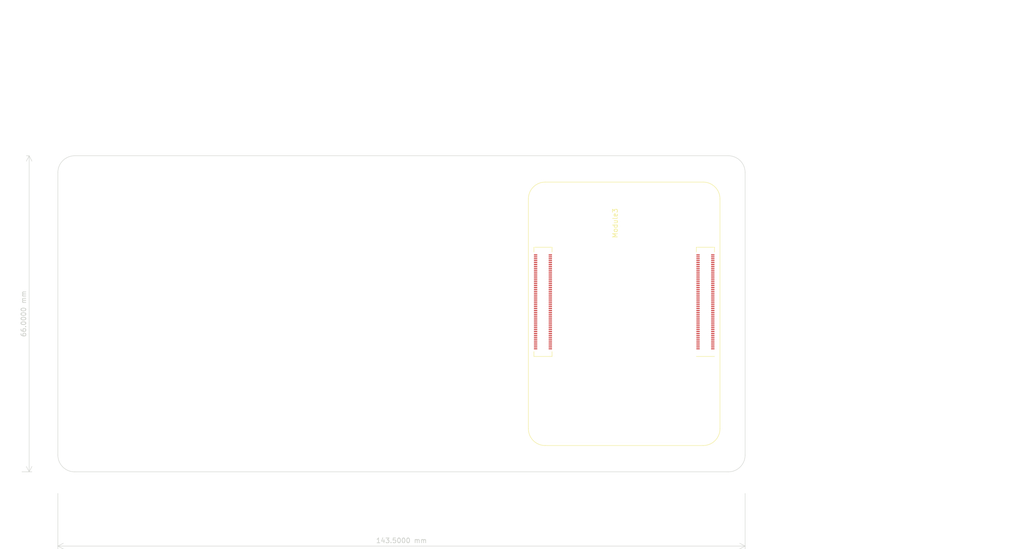
<source format=kicad_pcb>
(kicad_pcb (version 20241229) (generator "pcbnew") (generator_version "9.0")
  (title_block (title "Raspberry Pi Compute Module 4 Carrier Template") (date "2020-10-31") (rev "v01") (comment 2 "creativecommons.org/licenses/by/4.0/") (comment 3 "License: CC BY 4.0") (comment 4 "Author: Shawn Hymel"))
  (layers (0 "F.Cu" signal) (2 "B.Cu" signal) (13 "F.Paste" user) (15 "B.Paste" user) (5 "F.SilkS" user "F.Silkscreen") (7 "B.SilkS" user "B.Silkscreen") (1 "F.Mask" user) (3 "B.Mask" user) (25 "Edge.Cuts" user))
  (net 0 "")
  (net 3 "GND")
  (net 22 "+3.3V")
  (net 24 "+1.8V")
  (net 73 "Net-(J1-VBUS-PadA9)")
  (footprint "CM4IO:Raspberry-Pi-4-Compute-Module" (layer "F.Cu") (at 207.75 77.5 180)
    (property "Reference" "Module3" (at 18.38 -5.08 90) (layer "F.SilkS"))
    (property "Value" "ComputeModule4-CM4")
    (fp_line (start 36.5 0) (end 36.5 -48) (stroke (width 0.12)) (layer "F.SilkS"))
    (fp_line (start 35.35 -10.1) (end 35.35 -11.1) (stroke (width 0.12)) (layer "F.SilkS"))
    (fp_line (start 35.35 -32.9) (end 35.35 -31.9) (stroke (width 0.12)) (layer "F.SilkS"))
    (fp_line (start 33 -51.5) (end 0 -51.5) (stroke (width 0.12)) (layer "F.SilkS"))
    (fp_line (start 31.57 -10.1) (end 35.35 -10.1) (stroke (width 0.12)) (layer "F.SilkS"))
    (fp_line (start 31.57 -10.1) (end 31.57 -11.1) (stroke (width 0.12)) (layer "F.SilkS"))
    (fp_line (start 31.57 -32.9) (end 35.35 -32.9) (stroke (width 0.12)) (layer "F.SilkS"))
    (fp_line (start 31.57 -32.9) (end 31.57 -31.9) (stroke (width 0.12)) (layer "F.SilkS"))
    (fp_line (start 1.43 -10.1) (end 1.43 -11.1) (stroke (width 0.12)) (layer "F.SilkS"))
    (fp_line (start 0 3.5) (end 33 3.5) (stroke (width 0.12)) (layer "F.SilkS"))
    (fp_line (start -2.35 -10.1) (end 1.43 -10.1) (stroke (width 0.12)) (layer "F.SilkS"))
    (fp_line (start -2.35 -10.1) (end -2.35 -11.1) (stroke (width 0.12)) (layer "F.SilkS"))
    (fp_line (start -2.35 -32.9) (end 1.43 -32.9) (stroke (width 0.12)) (layer "F.SilkS"))
    (fp_line (start -3.5 -48) (end -3.5 0) (stroke (width 0.12)) (layer "F.SilkS"))
    (fp_arc (start 36.5 0) (mid 35.474874 2.474874) (end 33 3.5) (stroke (width 0.12)) (layer "F.SilkS"))
    (fp_arc (start 33 -51.5) (mid 35.474874 -50.474874) (end 36.5 -48) (stroke (width 0.12)) (layer "F.SilkS"))
    (fp_arc (start 0 3.5) (mid -2.474874 2.474874) (end -3.5 0) (stroke (width 0.12)) (layer "F.SilkS"))
    (fp_arc (start -3.5 -48) (mid -2.474874 -50.474874) (end 0 -51.5) (stroke (width 0.12)) (layer "F.SilkS"))
    (pad "" np_thru_hole circle (at 0 -48 180) (size 2.7 2.7) (drill 2.7) (layers "*.Cu" "*.Mask") (clearance 1.7))
    (pad "" np_thru_hole circle (at 0 0 180) (size 2.7 2.7) (drill 2.7) (layers "*.Cu" "*.Mask") (clearance 1.7))
    (pad "" np_thru_hole circle (at 33 -48 180) (size 2.7 2.7) (drill 2.7) (layers "*.Cu" "*.Mask") (clearance 1.7))
    (pad "" np_thru_hole circle (at 33 0 180) (size 2.7 2.7) (drill 2.7) (layers "*.Cu" "*.Mask") (clearance 1.7))
    (pad "1" smd rect (at -2 -31.3 90) (size 0.2 0.7) (layers "F.Cu" "F.Mask" "F.Paste") (net 3 "GND"))
    (pad "2" smd rect (at 1.08 -31.3 90) (size 0.2 0.7) (layers "F.Cu" "F.Mask" "F.Paste") (net 3 "GND"))
    (pad "3" smd rect (at -2 -30.9 90) (size 0.2 0.7) (layers "F.Cu" "F.Mask" "F.Paste"))
    (pad "4" smd rect (at 1.08 -30.9 90) (size 0.2 0.7) (layers "F.Cu" "F.Mask" "F.Paste"))
    (pad "5" smd rect (at -2 -30.5 90) (size 0.2 0.7) (layers "F.Cu" "F.Mask" "F.Paste"))
    (pad "6" smd rect (at 1.08 -30.5 90) (size 0.2 0.7) (layers "F.Cu" "F.Mask" "F.Paste"))
    (pad "7" smd rect (at -2 -30.1 90) (size 0.2 0.7) (layers "F.Cu" "F.Mask" "F.Paste") (net 3 "GND"))
    (pad "8" smd rect (at 1.08 -30.1 90) (size 0.2 0.7) (layers "F.Cu" "F.Mask" "F.Paste") (net 3 "GND"))
    (pad "9" smd rect (at -2 -29.7 90) (size 0.2 0.7) (layers "F.Cu" "F.Mask" "F.Paste"))
    (pad "10" smd rect (at 1.08 -29.7 90) (size 0.2 0.7) (layers "F.Cu" "F.Mask" "F.Paste"))
    (pad "11" smd rect (at -2 -29.3 90) (size 0.2 0.7) (layers "F.Cu" "F.Mask" "F.Paste"))
    (pad "12" smd rect (at 1.08 -29.3 90) (size 0.2 0.7) (layers "F.Cu" "F.Mask" "F.Paste"))
    (pad "13" smd rect (at -2 -28.9 90) (size 0.2 0.7) (layers "F.Cu" "F.Mask" "F.Paste") (net 3 "GND"))
    (pad "14" smd rect (at 1.08 -28.9 90) (size 0.2 0.7) (layers "F.Cu" "F.Mask" "F.Paste") (net 3 "GND"))
    (pad "15" smd rect (at -2 -28.5 90) (size 0.2 0.7) (layers "F.Cu" "F.Mask" "F.Paste"))
    (pad "16" smd rect (at 1.08 -28.5 90) (size 0.2 0.7) (layers "F.Cu" "F.Mask" "F.Paste"))
    (pad "17" smd rect (at -2 -28.1 90) (size 0.2 0.7) (layers "F.Cu" "F.Mask" "F.Paste"))
    (pad "18" smd rect (at 1.08 -28.1 90) (size 0.2 0.7) (layers "F.Cu" "F.Mask" "F.Paste"))
    (pad "19" smd rect (at -2 -27.7 90) (size 0.2 0.7) (layers "F.Cu" "F.Mask" "F.Paste"))
    (pad "20" smd rect (at 1.08 -27.7 90) (size 0.2 0.7) (layers "F.Cu" "F.Mask" "F.Paste"))
    (pad "21" smd rect (at -2 -27.3 90) (size 0.2 0.7) (layers "F.Cu" "F.Mask" "F.Paste"))
    (pad "22" smd rect (at 1.08 -27.3 90) (size 0.2 0.7) (layers "F.Cu" "F.Mask" "F.Paste") (net 3 "GND"))
    (pad "23" smd rect (at -2 -26.9 90) (size 0.2 0.7) (layers "F.Cu" "F.Mask" "F.Paste") (net 3 "GND"))
    (pad "24" smd rect (at 1.08 -26.9 90) (size 0.2 0.7) (layers "F.Cu" "F.Mask" "F.Paste"))
    (pad "25" smd rect (at -2 -26.5 90) (size 0.2 0.7) (layers "F.Cu" "F.Mask" "F.Paste"))
    (pad "26" smd rect (at 1.08 -26.5 90) (size 0.2 0.7) (layers "F.Cu" "F.Mask" "F.Paste"))
    (pad "27" smd rect (at -2 -26.1 90) (size 0.2 0.7) (layers "F.Cu" "F.Mask" "F.Paste"))
    (pad "28" smd rect (at 1.08 -26.1 90) (size 0.2 0.7) (layers "F.Cu" "F.Mask" "F.Paste"))
    (pad "29" smd rect (at -2 -25.7 90) (size 0.2 0.7) (layers "F.Cu" "F.Mask" "F.Paste"))
    (pad "30" smd rect (at 1.08 -25.7 90) (size 0.2 0.7) (layers "F.Cu" "F.Mask" "F.Paste"))
    (pad "31" smd rect (at -2 -25.3 90) (size 0.2 0.7) (layers "F.Cu" "F.Mask" "F.Paste"))
    (pad "32" smd rect (at 1.08 -25.3 90) (size 0.2 0.7) (layers "F.Cu" "F.Mask" "F.Paste") (net 3 "GND"))
    (pad "33" smd rect (at -2 -24.9 90) (size 0.2 0.7) (layers "F.Cu" "F.Mask" "F.Paste") (net 3 "GND"))
    (pad "34" smd rect (at 1.08 -24.9 90) (size 0.2 0.7) (layers "F.Cu" "F.Mask" "F.Paste"))
    (pad "35" smd rect (at -2 -24.5 90) (size 0.2 0.7) (layers "F.Cu" "F.Mask" "F.Paste"))
    (pad "36" smd rect (at 1.08 -24.5 90) (size 0.2 0.7) (layers "F.Cu" "F.Mask" "F.Paste"))
    (pad "37" smd rect (at -2 -24.1 90) (size 0.2 0.7) (layers "F.Cu" "F.Mask" "F.Paste"))
    (pad "38" smd rect (at 1.08 -24.1 90) (size 0.2 0.7) (layers "F.Cu" "F.Mask" "F.Paste"))
    (pad "39" smd rect (at -2 -23.7 90) (size 0.2 0.7) (layers "F.Cu" "F.Mask" "F.Paste"))
    (pad "40" smd rect (at 1.08 -23.7 90) (size 0.2 0.7) (layers "F.Cu" "F.Mask" "F.Paste"))
    (pad "41" smd rect (at -2 -23.3 90) (size 0.2 0.7) (layers "F.Cu" "F.Mask" "F.Paste"))
    (pad "42" smd rect (at 1.08 -23.3 90) (size 0.2 0.7) (layers "F.Cu" "F.Mask" "F.Paste") (net 3 "GND"))
    (pad "43" smd rect (at -2 -22.9 90) (size 0.2 0.7) (layers "F.Cu" "F.Mask" "F.Paste") (net 3 "GND"))
    (pad "44" smd rect (at 1.08 -22.9 90) (size 0.2 0.7) (layers "F.Cu" "F.Mask" "F.Paste"))
    (pad "45" smd rect (at -2 -22.5 90) (size 0.2 0.7) (layers "F.Cu" "F.Mask" "F.Paste"))
    (pad "46" smd rect (at 1.08 -22.5 90) (size 0.2 0.7) (layers "F.Cu" "F.Mask" "F.Paste"))
    (pad "47" smd rect (at -2 -22.1 90) (size 0.2 0.7) (layers "F.Cu" "F.Mask" "F.Paste"))
    (pad "48" smd rect (at 1.08 -22.1 90) (size 0.2 0.7) (layers "F.Cu" "F.Mask" "F.Paste"))
    (pad "49" smd rect (at -2 -21.7 90) (size 0.2 0.7) (layers "F.Cu" "F.Mask" "F.Paste"))
    (pad "50" smd rect (at 1.08 -21.7 90) (size 0.2 0.7) (layers "F.Cu" "F.Mask" "F.Paste"))
    (pad "51" smd rect (at -2 -21.3 90) (size 0.2 0.7) (layers "F.Cu" "F.Mask" "F.Paste"))
    (pad "52" smd rect (at 1.08 -21.3 90) (size 0.2 0.7) (layers "F.Cu" "F.Mask" "F.Paste") (net 3 "GND"))
    (pad "53" smd rect (at -2 -20.9 90) (size 0.2 0.7) (layers "F.Cu" "F.Mask" "F.Paste") (net 3 "GND"))
    (pad "54" smd rect (at 1.08 -20.9 90) (size 0.2 0.7) (layers "F.Cu" "F.Mask" "F.Paste"))
    (pad "55" smd rect (at -2 -20.5 90) (size 0.2 0.7) (layers "F.Cu" "F.Mask" "F.Paste"))
    (pad "56" smd rect (at 1.08 -20.5 90) (size 0.2 0.7) (layers "F.Cu" "F.Mask" "F.Paste"))
    (pad "57" smd rect (at -2 -20.1 90) (size 0.2 0.7) (layers "F.Cu" "F.Mask" "F.Paste"))
    (pad "58" smd rect (at 1.08 -20.1 90) (size 0.2 0.7) (layers "F.Cu" "F.Mask" "F.Paste"))
    (pad "59" smd rect (at -2 -19.7 90) (size 0.2 0.7) (layers "F.Cu" "F.Mask" "F.Paste") (net 3 "GND"))
    (pad "60" smd rect (at 1.08 -19.7 90) (size 0.2 0.7) (layers "F.Cu" "F.Mask" "F.Paste") (net 3 "GND"))
    (pad "61" smd rect (at -2 -19.3 90) (size 0.2 0.7) (layers "F.Cu" "F.Mask" "F.Paste"))
    (pad "62" smd rect (at 1.08 -19.3 90) (size 0.2 0.7) (layers "F.Cu" "F.Mask" "F.Paste"))
    (pad "63" smd rect (at -2 -18.9 90) (size 0.2 0.7) (layers "F.Cu" "F.Mask" "F.Paste"))
    (pad "64" smd rect (at 1.08 -18.9 90) (size 0.2 0.7) (layers "F.Cu" "F.Mask" "F.Paste"))
    (pad "65" smd rect (at -2 -18.5 90) (size 0.2 0.7) (layers "F.Cu" "F.Mask" "F.Paste") (net 3 "GND"))
    (pad "66" smd rect (at 1.08 -18.5 90) (size 0.2 0.7) (layers "F.Cu" "F.Mask" "F.Paste") (net 3 "GND"))
    (pad "67" smd rect (at -2 -18.1 90) (size 0.2 0.7) (layers "F.Cu" "F.Mask" "F.Paste"))
    (pad "68" smd rect (at 1.08 -18.1 90) (size 0.2 0.7) (layers "F.Cu" "F.Mask" "F.Paste"))
    (pad "69" smd rect (at -2 -17.7 90) (size 0.2 0.7) (layers "F.Cu" "F.Mask" "F.Paste"))
    (pad "70" smd rect (at 1.08 -17.7 90) (size 0.2 0.7) (layers "F.Cu" "F.Mask" "F.Paste"))
    (pad "71" smd rect (at -2 -17.3 90) (size 0.2 0.7) (layers "F.Cu" "F.Mask" "F.Paste") (net 3 "GND"))
    (pad "72" smd rect (at 1.08 -17.3 90) (size 0.2 0.7) (layers "F.Cu" "F.Mask" "F.Paste"))
    (pad "73" smd rect (at -2 -16.9 90) (size 0.2 0.7) (layers "F.Cu" "F.Mask" "F.Paste"))
    (pad "74" smd rect (at 1.08 -16.9 90) (size 0.2 0.7) (layers "F.Cu" "F.Mask" "F.Paste") (net 3 "GND"))
    (pad "75" smd rect (at -2 -16.5 90) (size 0.2 0.7) (layers "F.Cu" "F.Mask" "F.Paste"))
    (pad "76" smd rect (at 1.08 -16.5 90) (size 0.2 0.7) (layers "F.Cu" "F.Mask" "F.Paste"))
    (pad "77" smd rect (at -2 -16.1 90) (size 0.2 0.7) (layers "F.Cu" "F.Mask" "F.Paste") (net 73 "Net-(J1-VBUS-PadA9)"))
    (pad "78" smd rect (at 1.08 -16.1 90) (size 0.2 0.7) (layers "F.Cu" "F.Mask" "F.Paste"))
    (pad "79" smd rect (at -2 -15.7 90) (size 0.2 0.7) (layers "F.Cu" "F.Mask" "F.Paste") (net 73 "Net-(J1-VBUS-PadA9)"))
    (pad "80" smd rect (at 1.08 -15.7 90) (size 0.2 0.7) (layers "F.Cu" "F.Mask" "F.Paste"))
    (pad "81" smd rect (at -2 -15.3 90) (size 0.2 0.7) (layers "F.Cu" "F.Mask" "F.Paste") (net 73 "Net-(J1-VBUS-PadA9)"))
    (pad "82" smd rect (at 1.08 -15.3 90) (size 0.2 0.7) (layers "F.Cu" "F.Mask" "F.Paste"))
    (pad "83" smd rect (at -2 -14.9 90) (size 0.2 0.7) (layers "F.Cu" "F.Mask" "F.Paste") (net 73 "Net-(J1-VBUS-PadA9)"))
    (pad "84" smd rect (at 1.08 -14.9 90) (size 0.2 0.7) (layers "F.Cu" "F.Mask" "F.Paste") (net 22 "+3.3V"))
    (pad "85" smd rect (at -2 -14.5 90) (size 0.2 0.7) (layers "F.Cu" "F.Mask" "F.Paste") (net 73 "Net-(J1-VBUS-PadA9)"))
    (pad "86" smd rect (at 1.08 -14.5 90) (size 0.2 0.7) (layers "F.Cu" "F.Mask" "F.Paste") (net 22 "+3.3V"))
    (pad "87" smd rect (at -2 -14.1 90) (size 0.2 0.7) (layers "F.Cu" "F.Mask" "F.Paste") (net 73 "Net-(J1-VBUS-PadA9)"))
    (pad "88" smd rect (at 1.08 -14.1 90) (size 0.2 0.7) (layers "F.Cu" "F.Mask" "F.Paste") (net 24 "+1.8V"))
    (pad "89" smd rect (at -2 -13.7 90) (size 0.2 0.7) (layers "F.Cu" "F.Mask" "F.Paste"))
    (pad "90" smd rect (at 1.08 -13.7 90) (size 0.2 0.7) (layers "F.Cu" "F.Mask" "F.Paste") (net 24 "+1.8V"))
    (pad "91" smd rect (at -2 -13.3 90) (size 0.2 0.7) (layers "F.Cu" "F.Mask" "F.Paste"))
    (pad "92" smd rect (at 1.08 -13.3 90) (size 0.2 0.7) (layers "F.Cu" "F.Mask" "F.Paste"))
    (pad "93" smd rect (at -2 -12.9 90) (size 0.2 0.7) (layers "F.Cu" "F.Mask" "F.Paste"))
    (pad "94" smd rect (at 1.08 -12.9 90) (size 0.2 0.7) (layers "F.Cu" "F.Mask" "F.Paste"))
    (pad "95" smd rect (at -2 -12.5 90) (size 0.2 0.7) (layers "F.Cu" "F.Mask" "F.Paste"))
    (pad "96" smd rect (at 1.08 -12.5 90) (size 0.2 0.7) (layers "F.Cu" "F.Mask" "F.Paste"))
    (pad "97" smd rect (at -2 -12.1 90) (size 0.2 0.7) (layers "F.Cu" "F.Mask" "F.Paste"))
    (pad "98" smd rect (at 1.08 -12.1 90) (size 0.2 0.7) (layers "F.Cu" "F.Mask" "F.Paste") (net 3 "GND"))
    (pad "99" smd rect (at -2 -11.7 90) (size 0.2 0.7) (layers "F.Cu" "F.Mask" "F.Paste"))
    (pad "100" smd rect (at 1.08 -11.7 90) (size 0.2 0.7) (layers "F.Cu" "F.Mask" "F.Paste"))
    (pad "101" smd rect (at 31.92 -31.3 90) (size 0.2 0.7) (layers "F.Cu" "F.Mask" "F.Paste"))
    (pad "102" smd rect (at 35 -31.3 90) (size 0.2 0.7) (layers "F.Cu" "F.Mask" "F.Paste"))
    (pad "103" smd rect (at 31.92 -30.9 90) (size 0.2 0.7) (layers "F.Cu" "F.Mask" "F.Paste"))
    (pad "104" smd rect (at 35 -30.9 90) (size 0.2 0.7) (layers "F.Cu" "F.Mask" "F.Paste"))
    (pad "105" smd rect (at 31.92 -30.5 90) (size 0.2 0.7) (layers "F.Cu" "F.Mask" "F.Paste"))
    (pad "106" smd rect (at 35 -30.5 90) (size 0.2 0.7) (layers "F.Cu" "F.Mask" "F.Paste"))
    (pad "107" smd rect (at 31.92 -30.1 90) (size 0.2 0.7) (layers "F.Cu" "F.Mask" "F.Paste"))
    (pad "108" smd rect (at 35 -30.1 90) (size 0.2 0.7) (layers "F.Cu" "F.Mask" "F.Paste"))
    (pad "109" smd rect (at 31.92 -29.7 90) (size 0.2 0.7) (layers "F.Cu" "F.Mask" "F.Paste"))
    (pad "110" smd rect (at 35 -29.7 90) (size 0.2 0.7) (layers "F.Cu" "F.Mask" "F.Paste"))
    (pad "111" smd rect (at 31.92 -29.3 90) (size 0.2 0.7) (layers "F.Cu" "F.Mask" "F.Paste"))
    (pad "112" smd rect (at 35 -29.3 90) (size 0.2 0.7) (layers "F.Cu" "F.Mask" "F.Paste"))
    (pad "113" smd rect (at 31.92 -28.9 90) (size 0.2 0.7) (layers "F.Cu" "F.Mask" "F.Paste"))
    (pad "114" smd rect (at 35 -28.9 90) (size 0.2 0.7) (layers "F.Cu" "F.Mask" "F.Paste"))
    (pad "115" smd rect (at 31.92 -28.5 90) (size 0.2 0.7) (layers "F.Cu" "F.Mask" "F.Paste"))
    (pad "116" smd rect (at 35 -28.5 90) (size 0.2 0.7) (layers "F.Cu" "F.Mask" "F.Paste"))
    (pad "117" smd rect (at 31.92 -28.1 90) (size 0.2 0.7) (layers "F.Cu" "F.Mask" "F.Paste"))
    (pad "118" smd rect (at 35 -28.1 90) (size 0.2 0.7) (layers "F.Cu" "F.Mask" "F.Paste"))
    (pad "119" smd rect (at 31.92 -27.7 90) (size 0.2 0.7) (layers "F.Cu" "F.Mask" "F.Paste"))
    (pad "120" smd rect (at 35 -27.7 90) (size 0.2 0.7) (layers "F.Cu" "F.Mask" "F.Paste"))
    (pad "121" smd rect (at 31.92 -27.3 90) (size 0.2 0.7) (layers "F.Cu" "F.Mask" "F.Paste"))
    (pad "122" smd rect (at 35 -27.3 90) (size 0.2 0.7) (layers "F.Cu" "F.Mask" "F.Paste"))
    (pad "123" smd rect (at 31.92 -26.9 90) (size 0.2 0.7) (layers "F.Cu" "F.Mask" "F.Paste"))
    (pad "124" smd rect (at 35 -26.9 90) (size 0.2 0.7) (layers "F.Cu" "F.Mask" "F.Paste"))
    (pad "125" smd rect (at 31.92 -26.5 90) (size 0.2 0.7) (layers "F.Cu" "F.Mask" "F.Paste"))
    (pad "126" smd rect (at 35 -26.5 90) (size 0.2 0.7) (layers "F.Cu" "F.Mask" "F.Paste"))
    (pad "127" smd rect (at 31.92 -26.1 90) (size 0.2 0.7) (layers "F.Cu" "F.Mask" "F.Paste"))
    (pad "128" smd rect (at 35 -26.1 90) (size 0.2 0.7) (layers "F.Cu" "F.Mask" "F.Paste"))
    (pad "129" smd rect (at 31.92 -25.7 90) (size 0.2 0.7) (layers "F.Cu" "F.Mask" "F.Paste"))
    (pad "130" smd rect (at 35 -25.7 90) (size 0.2 0.7) (layers "F.Cu" "F.Mask" "F.Paste"))
    (pad "131" smd rect (at 31.92 -25.3 90) (size 0.2 0.7) (layers "F.Cu" "F.Mask" "F.Paste"))
    (pad "132" smd rect (at 35 -25.3 90) (size 0.2 0.7) (layers "F.Cu" "F.Mask" "F.Paste"))
    (pad "133" smd rect (at 31.92 -24.9 90) (size 0.2 0.7) (layers "F.Cu" "F.Mask" "F.Paste"))
    (pad "134" smd rect (at 35 -24.9 90) (size 0.2 0.7) (layers "F.Cu" "F.Mask" "F.Paste"))
    (pad "135" smd rect (at 31.92 -24.5 90) (size 0.2 0.7) (layers "F.Cu" "F.Mask" "F.Paste"))
    (pad "136" smd rect (at 35 -24.5 90) (size 0.2 0.7) (layers "F.Cu" "F.Mask" "F.Paste"))
    (pad "137" smd rect (at 31.92 -24.1 90) (size 0.2 0.7) (layers "F.Cu" "F.Mask" "F.Paste"))
    (pad "138" smd rect (at 35 -24.1 90) (size 0.2 0.7) (layers "F.Cu" "F.Mask" "F.Paste"))
    (pad "139" smd rect (at 31.92 -23.7 90) (size 0.2 0.7) (layers "F.Cu" "F.Mask" "F.Paste"))
    (pad "140" smd rect (at 35 -23.7 90) (size 0.2 0.7) (layers "F.Cu" "F.Mask" "F.Paste"))
    (pad "141" smd rect (at 31.92 -23.3 90) (size 0.2 0.7) (layers "F.Cu" "F.Mask" "F.Paste"))
    (pad "142" smd rect (at 35 -23.3 90) (size 0.2 0.7) (layers "F.Cu" "F.Mask" "F.Paste"))
    (pad "143" smd rect (at 31.92 -22.9 90) (size 0.2 0.7) (layers "F.Cu" "F.Mask" "F.Paste"))
    (pad "144" smd rect (at 35 -22.9 90) (size 0.2 0.7) (layers "F.Cu" "F.Mask" "F.Paste"))
    (pad "145" smd rect (at 31.92 -22.5 90) (size 0.2 0.7) (layers "F.Cu" "F.Mask" "F.Paste"))
    (pad "146" smd rect (at 35 -22.5 90) (size 0.2 0.7) (layers "F.Cu" "F.Mask" "F.Paste"))
    (pad "147" smd rect (at 31.92 -22.1 90) (size 0.2 0.7) (layers "F.Cu" "F.Mask" "F.Paste"))
    (pad "148" smd rect (at 35 -22.1 90) (size 0.2 0.7) (layers "F.Cu" "F.Mask" "F.Paste"))
    (pad "149" smd rect (at 31.92 -21.7 90) (size 0.2 0.7) (layers "F.Cu" "F.Mask" "F.Paste"))
    (pad "150" smd rect (at 35 -21.7 90) (size 0.2 0.7) (layers "F.Cu" "F.Mask" "F.Paste"))
    (pad "151" smd rect (at 31.92 -21.3 90) (size 0.2 0.7) (layers "F.Cu" "F.Mask" "F.Paste"))
    (pad "152" smd rect (at 35 -21.3 90) (size 0.2 0.7) (layers "F.Cu" "F.Mask" "F.Paste"))
    (pad "153" smd rect (at 31.92 -20.9 90) (size 0.2 0.7) (layers "F.Cu" "F.Mask" "F.Paste"))
    (pad "154" smd rect (at 35 -20.9 90) (size 0.2 0.7) (layers "F.Cu" "F.Mask" "F.Paste"))
    (pad "155" smd rect (at 31.92 -20.5 90) (size 0.2 0.7) (layers "F.Cu" "F.Mask" "F.Paste"))
    (pad "156" smd rect (at 35 -20.5 90) (size 0.2 0.7) (layers "F.Cu" "F.Mask" "F.Paste"))
    (pad "157" smd rect (at 31.92 -20.1 90) (size 0.2 0.7) (layers "F.Cu" "F.Mask" "F.Paste"))
    (pad "158" smd rect (at 35 -20.1 90) (size 0.2 0.7) (layers "F.Cu" "F.Mask" "F.Paste"))
    (pad "159" smd rect (at 31.92 -19.7 90) (size 0.2 0.7) (layers "F.Cu" "F.Mask" "F.Paste"))
    (pad "160" smd rect (at 35 -19.7 90) (size 0.2 0.7) (layers "F.Cu" "F.Mask" "F.Paste"))
    (pad "161" smd rect (at 31.92 -19.3 90) (size 0.2 0.7) (layers "F.Cu" "F.Mask" "F.Paste"))
    (pad "162" smd rect (at 35 -19.3 90) (size 0.2 0.7) (layers "F.Cu" "F.Mask" "F.Paste"))
    (pad "163" smd rect (at 31.92 -18.9 90) (size 0.2 0.7) (layers "F.Cu" "F.Mask" "F.Paste"))
    (pad "164" smd rect (at 35 -18.9 90) (size 0.2 0.7) (layers "F.Cu" "F.Mask" "F.Paste"))
    (pad "165" smd rect (at 31.92 -18.5 90) (size 0.2 0.7) (layers "F.Cu" "F.Mask" "F.Paste"))
    (pad "166" smd rect (at 35 -18.5 90) (size 0.2 0.7) (layers "F.Cu" "F.Mask" "F.Paste"))
    (pad "167" smd rect (at 31.92 -18.1 90) (size 0.2 0.7) (layers "F.Cu" "F.Mask" "F.Paste"))
    (pad "168" smd rect (at 35 -18.1 90) (size 0.2 0.7) (layers "F.Cu" "F.Mask" "F.Paste"))
    (pad "169" smd rect (at 31.92 -17.7 90) (size 0.2 0.7) (layers "F.Cu" "F.Mask" "F.Paste"))
    (pad "170" smd rect (at 35 -17.7 90) (size 0.2 0.7) (layers "F.Cu" "F.Mask" "F.Paste"))
    (pad "171" smd rect (at 31.92 -17.3 90) (size 0.2 0.7) (layers "F.Cu" "F.Mask" "F.Paste"))
    (pad "172" smd rect (at 35 -17.3 90) (size 0.2 0.7) (layers "F.Cu" "F.Mask" "F.Paste"))
    (pad "173" smd rect (at 31.92 -16.9 90) (size 0.2 0.7) (layers "F.Cu" "F.Mask" "F.Paste"))
    (pad "174" smd rect (at 35 -16.9 90) (size 0.2 0.7) (layers "F.Cu" "F.Mask" "F.Paste"))
    (pad "175" smd rect (at 31.92 -16.5 90) (size 0.2 0.7) (layers "F.Cu" "F.Mask" "F.Paste"))
    (pad "176" smd rect (at 35 -16.5 90) (size 0.2 0.7) (layers "F.Cu" "F.Mask" "F.Paste"))
    (pad "177" smd rect (at 31.92 -16.1 90) (size 0.2 0.7) (layers "F.Cu" "F.Mask" "F.Paste"))
    (pad "178" smd rect (at 35 -16.1 90) (size 0.2 0.7) (layers "F.Cu" "F.Mask" "F.Paste"))
    (pad "179" smd rect (at 31.92 -15.7 90) (size 0.2 0.7) (layers "F.Cu" "F.Mask" "F.Paste"))
    (pad "180" smd rect (at 35 -15.7 90) (size 0.2 0.7) (layers "F.Cu" "F.Mask" "F.Paste"))
    (pad "181" smd rect (at 31.92 -15.3 90) (size 0.2 0.7) (layers "F.Cu" "F.Mask" "F.Paste"))
    (pad "182" smd rect (at 35 -15.3 90) (size 0.2 0.7) (layers "F.Cu" "F.Mask" "F.Paste"))
    (pad "183" smd rect (at 31.92 -14.9 90) (size 0.2 0.7) (layers "F.Cu" "F.Mask" "F.Paste"))
    (pad "184" smd rect (at 35 -14.9 90) (size 0.2 0.7) (layers "F.Cu" "F.Mask" "F.Paste"))
    (pad "185" smd rect (at 31.92 -14.5 90) (size 0.2 0.7) (layers "F.Cu" "F.Mask" "F.Paste"))
    (pad "186" smd rect (at 35 -14.5 90) (size 0.2 0.7) (layers "F.Cu" "F.Mask" "F.Paste"))
    (pad "187" smd rect (at 31.92 -14.1 90) (size 0.2 0.7) (layers "F.Cu" "F.Mask" "F.Paste"))
    (pad "188" smd rect (at 35 -14.1 90) (size 0.2 0.7) (layers "F.Cu" "F.Mask" "F.Paste"))
    (pad "189" smd rect (at 31.92 -13.7 90) (size 0.2 0.7) (layers "F.Cu" "F.Mask" "F.Paste"))
    (pad "190" smd rect (at 35 -13.7 90) (size 0.2 0.7) (layers "F.Cu" "F.Mask" "F.Paste"))
    (pad "191" smd rect (at 31.92 -13.3 90) (size 0.2 0.7) (layers "F.Cu" "F.Mask" "F.Paste"))
    (pad "192" smd rect (at 35 -13.3 90) (size 0.2 0.7) (layers "F.Cu" "F.Mask" "F.Paste"))
    (pad "193" smd rect (at 31.92 -12.9 90) (size 0.2 0.7) (layers "F.Cu" "F.Mask" "F.Paste"))
    (pad "194" smd rect (at 35 -12.9 90) (size 0.2 0.7) (layers "F.Cu" "F.Mask" "F.Paste"))
    (pad "195" smd rect (at 31.92 -12.5 90) (size 0.2 0.7) (layers "F.Cu" "F.Mask" "F.Paste"))
    (pad "196" smd rect (at 35 -12.5 90) (size 0.2 0.7) (layers "F.Cu" "F.Mask" "F.Paste"))
    (pad "197" smd rect (at 31.92 -12.1 90) (size 0.2 0.7) (layers "F.Cu" "F.Mask" "F.Paste"))
    (pad "198" smd rect (at 35 -12.1 90) (size 0.2 0.7) (layers "F.Cu" "F.Mask" "F.Paste"))
    (pad "199" smd rect (at 31.92 -11.7 90) (size 0.2 0.7) (layers "F.Cu" "F.Mask" "F.Paste"))
    (pad "200" smd rect (at 35 -11.7 90) (size 0.2 0.7) (layers "F.Cu" "F.Mask" "F.Paste"))
  )
  (gr_line (start 216.5 131) (end 216.5 72) (stroke (width 0.1)) (layer "Edge.Cuts"))
  (gr_arc (start 73 72) (mid 74.025126 69.525126) (end 76.5 68.5) (stroke (width 0.1)) (layer "Edge.Cuts"))
  (gr_line (start 73 72) (end 73 131) (stroke (width 0.1)) (layer "Edge.Cuts"))
  (gr_line (start 76.5 134.5) (end 213 134.5) (stroke (width 0.1)) (layer "Edge.Cuts"))
  (gr_arc (start 76.5 134.5) (mid 74.025126 133.474874) (end 73 131) (stroke (width 0.1)) (layer "Edge.Cuts"))
  (gr_line (start 213 68.5) (end 76.5 68.5) (stroke (width 0.1)) (layer "Edge.Cuts"))
  (gr_arc (start 216.5 131) (mid 215.474874 133.474874) (end 213 134.5) (stroke (width 0.1)) (layer "Edge.Cuts"))
  (gr_arc (start 213 68.5) (mid 215.474874 69.525126) (end 216.5 72) (stroke (width 0.1)) (layer "Edge.Cuts"))
  (dimension (type orthogonal) (layer "Edge.Cuts") (pts (xy 216.5 138.5) (xy 73 138.5)) (height 11.5) (orientation 0) (format (prefix "") (suffix "") (units 3) (units_format 1) (precision 4)) (style (thickness 0.1) (arrow_length 1.27) (text_position_mode 0) (arrow_direction outward) (extension_height 0.58642) (extension_offset 0.5) (keep_text_aligned yes)) (gr_text "143.5000 mm" (at 144.75 148.85 0) (layer "Edge.Cuts") (effects (font (size 1 1) (thickness 0.15)))))
  (dimension (type orthogonal) (layer "Edge.Cuts") (pts (xy 65 134.5) (xy 67.5 68.5)) (height 2) (orientation 1) (format (prefix "") (suffix "") (units 3) (units_format 1) (precision 4)) (style (thickness 0.1) (arrow_length 1.27) (text_position_mode 0) (arrow_direction outward) (extension_height 0.58642) (extension_offset 0.5) (keep_text_aligned yes)) (gr_text "66.0000 mm" (at 65.85 101.5 90) (layer "Edge.Cuts") (effects (font (size 1 1) (thickness 0.15)))))
)
</source>
